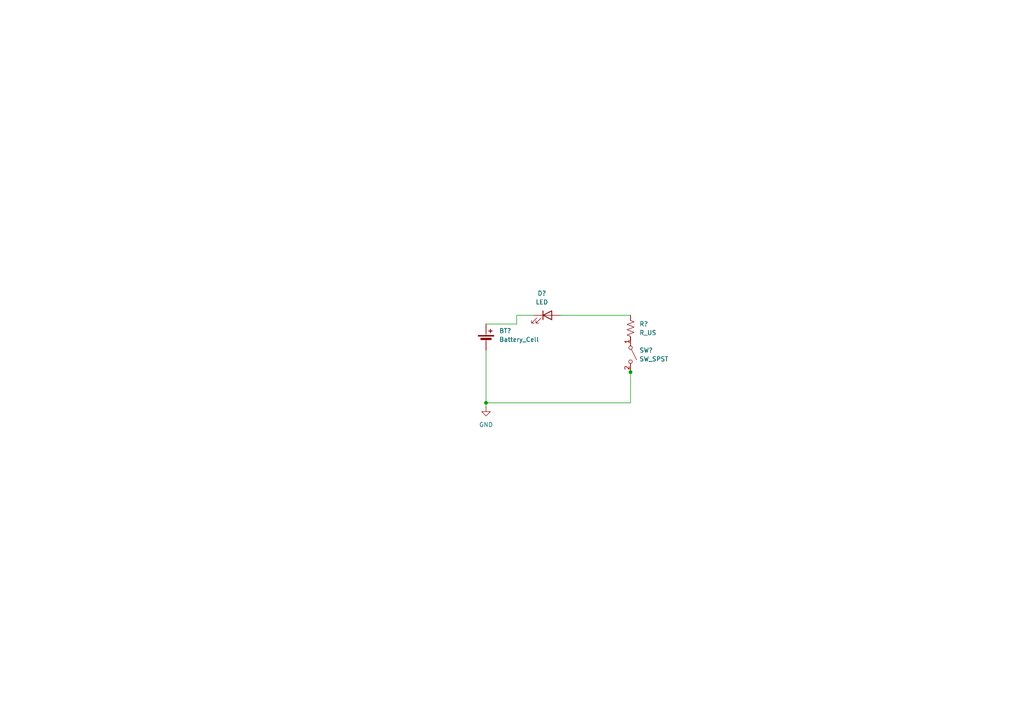
<source format=kicad_sch>
(kicad_sch (version 20231120) (generator "eeschema") (generator_version "8.0")
  (paper "A4")
  (lib_symbols
    (symbol "Device:Battery_Cell" (pin_numbers hide) (pin_names (offset 0) hide)
      (property "Reference" "BT" (at 2.54 2.54 0))
      (property "Value" "Battery_Cell" (at 2.54 0 0))
      (symbol "Battery_Cell_0_1"
        (rectangle (start -2.286 1.778) (end 2.286 1.524) (fill (type outline)))
        (rectangle (start -1.524 1.016) (end 1.524 0.508) (fill (type outline)))
        (polyline (pts (xy 0 0.762) (xy 0 0)))
        (polyline (pts (xy 0 1.778) (xy 0 2.54)))
        (polyline (pts (xy 0.762 3.048) (xy 1.778 3.048)) (stroke (width 0.254)))
        (polyline (pts (xy 1.27 3.556) (xy 1.27 2.54)) (stroke (width 0.254)))
      )
      (symbol "Battery_Cell_1_1"
        (pin passive line (at 0 5.08 270) (length 2.54) (name "+") (number "1"))
        (pin passive line (at 0 -2.54 90) (length 2.54) (name "-") (number "2"))
      )
    )
    (symbol "Device:LED" (pin_numbers hide) (pin_names (offset 1.016) hide)
      (property "Reference" "D" (at 0 2.54 0))
      (property "Value" "LED" (at 0 -2.54 0))
      (symbol "LED_0_1"
        (polyline (pts (xy -1.27 -1.27) (xy -1.27 1.27)) (stroke (width 0.254)))
        (polyline (pts (xy -1.27 0) (xy 1.27 0)))
        (polyline (pts (xy 1.27 -1.27) (xy 1.27 1.27) (xy -1.27 0) (xy 1.27 -1.27)) (stroke (width 0.254)))
        (polyline (pts (xy -3.048 -0.762) (xy -4.572 -2.286) (xy -3.81 -2.286) (xy -4.572 -2.286) (xy -4.572 -1.524)))
        (polyline (pts (xy -1.778 -0.762) (xy -3.302 -2.286) (xy -2.54 -2.286) (xy -3.302 -2.286) (xy -3.302 -1.524)))
      )
      (symbol "LED_1_1"
        (pin passive line (at -3.81 0 0) (length 2.54) (name "K") (number "1"))
        (pin passive line (at 3.81 0 180) (length 2.54) (name "A") (number "2"))
      )
    )
    (symbol "Device:R_US" (pin_numbers hide) (pin_names (offset 0))
      (property "Reference" "R" (at 2.54 0 90))
      (property "Value" "R_US" (at -2.54 0 90))
      (symbol "R_US_0_1"
        (polyline (pts (xy 0 -2.286) (xy 0 -2.54)))
        (polyline (pts (xy 0 2.286) (xy 0 2.54)))
        (polyline (pts (xy 0 -0.762) (xy 1.016 -1.143) (xy 0 -1.524) (xy -1.016 -1.905) (xy 0 -2.286)))
        (polyline (pts (xy 0 0.762) (xy 1.016 0.381) (xy 0 0) (xy -1.016 -0.381) (xy 0 -0.762)))
        (polyline (pts (xy 0 2.286) (xy 1.016 1.905) (xy 0 1.524) (xy -1.016 1.143) (xy 0 0.762)))
      )
      (symbol "R_US_1_1"
        (pin passive line (at 0 3.81 270) (length 1.27) (name "~") (number "1"))
        (pin passive line (at 0 -3.81 90) (length 1.27) (name "~") (number "2"))
      )
    )
    (symbol "Switch:SW_SPST" (pin_names (offset 0) hide)
      (property "Reference" "SW" (at 0 3.175 0))
      (property "Value" "SW_SPST" (at 0 -2.54 0))
      (symbol "SW_SPST_0_0"
        (circle (center -2.032 0) (radius 0.508))
        (polyline (pts (xy -1.524 0.254) (xy 1.524 1.778)))
        (circle (center 2.032 0) (radius 0.508))
      )
      (symbol "SW_SPST_1_1"
        (pin passive line (at -5.08 0 0) (length 2.54) (name "A") (number "1"))
        (pin passive line (at 5.08 0 180) (length 2.54) (name "B") (number "2"))
      )
    )
    (symbol "power:GND" (power) (pin_numbers hide) (pin_names (offset 0) hide)
      (property "Value" "GND" (at 0 -3.81 0))
      (symbol "GND_0_1"
        (polyline (pts (xy 0 0) (xy 0 -1.27) (xy 1.27 -1.27) (xy 0 -2.54) (xy -1.27 -1.27) (xy 0 -1.27)))
      )
      (symbol "GND_1_1"
        (pin power_in line (at 0 0 270) (length 0) (name "~") (number "1"))
      )
    )
  )
  (junction (at 182.88 107.95))
  (junction (at 140.97 116.84))
  (wire (pts (xy 149.86 93.98) (xy 149.86 91.44)))
  (wire (pts (xy 140.97 116.84) (xy 140.97 118.11)))
  (wire (pts (xy 149.86 91.44) (xy 154.94 91.44)))
  (wire (pts (xy 140.97 93.98) (xy 149.86 93.98)))
  (wire (pts (xy 182.88 107.95) (xy 182.88 116.84)))
  (wire (pts (xy 182.88 106.68) (xy 182.88 107.95)))
  (wire (pts (xy 140.97 101.6) (xy 140.97 116.84)))
  (wire (pts (xy 162.56 91.44) (xy 182.88 91.44)))
  (wire (pts (xy 140.97 116.84) (xy 182.88 116.84)))
  (symbol (lib_id "Device:LED") (at 158.75 91.44 0) (unit 1)
    (property "Reference" "D?" (at 157.1625 85.09 0))
    (property "Value" "LED" (at 157.1625 87.63 0))
    (property "Footprint" "LED_SMD:LED_2512_6332Metric" (effects (hide yes)))
    (property "Description" "Light emitting diode" (effects (hide yes)))
  )
  (symbol (lib_id "power:GND") (at 140.97 118.11 0) (unit 1)
    (property "Reference" "#PWR01" (effects (hide yes)))
    (property "Value" "GND" (at 140.97 123.19 0))
    (property "Description" "Power symbol creates a global label with name \"GND\" , ground" (effects (hide yes)))
  )
  (symbol (lib_id "Device:R_US") (at 182.88 95.25 0) (unit 1)
    (property "Reference" "R?" (at 185.42 93.9799 0) (effects (justify left)))
    (property "Value" "R_US" (at 185.42 96.5199 0) (effects (justify left)))
    (property "Footprint" "Resistor_SMD:R_2512_6332Metric" (effects (hide yes)))
    (property "Description" "Resistor, US symbol" (effects (hide yes)))
  )
  (symbol (lib_id "Device:Battery_Cell") (at 140.97 99.06 0) (unit 1)
    (property "Reference" "BT?" (at 144.78 95.9484 0) (effects (justify left)))
    (property "Value" "Battery_Cell" (at 144.78 98.4884 0) (effects (justify left)))
    (property "Footprint" "Battery:BatteryHolder_Keystone_103_1x20mm" (effects (hide yes)))
    (property "Description" "Single-cell battery" (effects (hide yes)))
  )
  (symbol (lib_id "Switch:SW_SPST") (at 182.88 102.87 270) (unit 1)
    (property "Reference" "SW?" (at 185.42 101.5999 90) (effects (justify left)))
    (property "Value" "SW_SPST" (at 185.42 104.1399 90) (effects (justify left)))
    (property "Footprint" "Button_Switch_THT:SW_PUSH_6mm" (effects (hide yes)))
    (property "Description" "Single Pole Single Throw (SPST) switch" (effects (hide yes)))
  )
)
</source>
